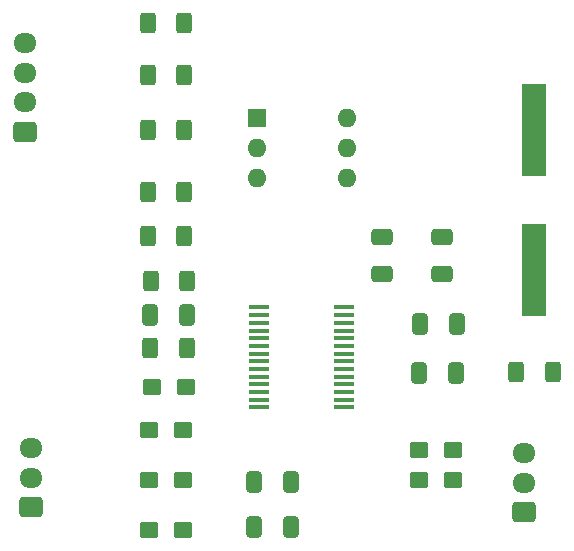
<source format=gbr>
%TF.GenerationSoftware,KiCad,Pcbnew,6.0.11+dfsg-1*%
%TF.CreationDate,2024-01-30T14:39:01+01:00*%
%TF.ProjectId,Langstone-Soundcard,4c616e67-7374-46f6-9e65-2d536f756e64,rev?*%
%TF.SameCoordinates,Original*%
%TF.FileFunction,Soldermask,Top*%
%TF.FilePolarity,Negative*%
%FSLAX46Y46*%
G04 Gerber Fmt 4.6, Leading zero omitted, Abs format (unit mm)*
G04 Created by KiCad (PCBNEW 6.0.11+dfsg-1) date 2024-01-30 14:39:01*
%MOMM*%
%LPD*%
G01*
G04 APERTURE LIST*
G04 Aperture macros list*
%AMRoundRect*
0 Rectangle with rounded corners*
0 $1 Rounding radius*
0 $2 $3 $4 $5 $6 $7 $8 $9 X,Y pos of 4 corners*
0 Add a 4 corners polygon primitive as box body*
4,1,4,$2,$3,$4,$5,$6,$7,$8,$9,$2,$3,0*
0 Add four circle primitives for the rounded corners*
1,1,$1+$1,$2,$3*
1,1,$1+$1,$4,$5*
1,1,$1+$1,$6,$7*
1,1,$1+$1,$8,$9*
0 Add four rect primitives between the rounded corners*
20,1,$1+$1,$2,$3,$4,$5,0*
20,1,$1+$1,$4,$5,$6,$7,0*
20,1,$1+$1,$6,$7,$8,$9,0*
20,1,$1+$1,$8,$9,$2,$3,0*%
G04 Aperture macros list end*
%ADD10RoundRect,0.250000X-0.400000X-0.625000X0.400000X-0.625000X0.400000X0.625000X-0.400000X0.625000X0*%
%ADD11RoundRect,0.250000X-0.650000X0.412500X-0.650000X-0.412500X0.650000X-0.412500X0.650000X0.412500X0*%
%ADD12RoundRect,0.250000X0.537500X0.425000X-0.537500X0.425000X-0.537500X-0.425000X0.537500X-0.425000X0*%
%ADD13RoundRect,0.250000X0.725000X-0.600000X0.725000X0.600000X-0.725000X0.600000X-0.725000X-0.600000X0*%
%ADD14O,1.950000X1.700000*%
%ADD15RoundRect,0.250000X0.650000X-0.412500X0.650000X0.412500X-0.650000X0.412500X-0.650000X-0.412500X0*%
%ADD16RoundRect,0.250000X-0.412500X-0.650000X0.412500X-0.650000X0.412500X0.650000X-0.412500X0.650000X0*%
%ADD17R,1.750000X0.450000*%
%ADD18RoundRect,0.250000X0.412500X0.650000X-0.412500X0.650000X-0.412500X-0.650000X0.412500X-0.650000X0*%
%ADD19R,2.000000X7.875000*%
%ADD20RoundRect,0.250000X-0.537500X-0.425000X0.537500X-0.425000X0.537500X0.425000X-0.537500X0.425000X0*%
%ADD21R,1.600000X1.600000*%
%ADD22O,1.600000X1.600000*%
G04 APERTURE END LIST*
D10*
%TO.C,R6*%
X115060000Y-79440000D03*
X118160000Y-79440000D03*
%TD*%
D11*
%TO.C,C4*%
X134874000Y-83273500D03*
X134874000Y-86398500D03*
%TD*%
D12*
%TO.C,C1*%
X118087500Y-99650000D03*
X115212500Y-99650000D03*
%TD*%
D13*
%TO.C,J1*%
X105225000Y-106165000D03*
D14*
X105225000Y-103665000D03*
X105225000Y-101165000D03*
%TD*%
D15*
%TO.C,C9*%
X139954000Y-86398500D03*
X139954000Y-83273500D03*
%TD*%
D12*
%TO.C,C5*%
X118277500Y-96012000D03*
X115402500Y-96012000D03*
%TD*%
D10*
%TO.C,R2*%
X115060000Y-69585000D03*
X118160000Y-69585000D03*
%TD*%
D12*
%TO.C,C6*%
X118092500Y-108070000D03*
X115217500Y-108070000D03*
%TD*%
D16*
%TO.C,C12*%
X138137500Y-90678000D03*
X141262500Y-90678000D03*
%TD*%
D17*
%TO.C,U1*%
X124485000Y-89240000D03*
X124485000Y-89890000D03*
X124485000Y-90540000D03*
X124485000Y-91190000D03*
X124485000Y-91840000D03*
X124485000Y-92490000D03*
X124485000Y-93140000D03*
X124485000Y-93790000D03*
X124485000Y-94440000D03*
X124485000Y-95090000D03*
X124485000Y-95740000D03*
X124485000Y-96390000D03*
X124485000Y-97040000D03*
X124485000Y-97690000D03*
X131685000Y-97690000D03*
X131685000Y-97040000D03*
X131685000Y-96390000D03*
X131685000Y-95740000D03*
X131685000Y-95090000D03*
X131685000Y-94440000D03*
X131685000Y-93790000D03*
X131685000Y-93140000D03*
X131685000Y-92490000D03*
X131685000Y-91840000D03*
X131685000Y-91190000D03*
X131685000Y-90540000D03*
X131685000Y-89890000D03*
X131685000Y-89240000D03*
%TD*%
D10*
%TO.C,R3*%
X115060000Y-74190000D03*
X118160000Y-74190000D03*
%TD*%
D16*
%TO.C,C13*%
X138057500Y-94795000D03*
X141182500Y-94795000D03*
%TD*%
D18*
%TO.C,C7*%
X127223500Y-107803000D03*
X124098500Y-107803000D03*
%TD*%
D10*
%TO.C,R1*%
X115060000Y-65140000D03*
X118160000Y-65140000D03*
%TD*%
D19*
%TO.C,Y1*%
X147770000Y-74192500D03*
X147770000Y-86067500D03*
%TD*%
D18*
%TO.C,C8*%
X127223500Y-103993000D03*
X124098500Y-103993000D03*
%TD*%
D13*
%TO.C,J3*%
X146907500Y-106565000D03*
D14*
X146907500Y-104065000D03*
X146907500Y-101565000D03*
%TD*%
D10*
%TO.C,R4*%
X115266000Y-92710000D03*
X118366000Y-92710000D03*
%TD*%
D20*
%TO.C,C11*%
X138008500Y-103886000D03*
X140883500Y-103886000D03*
%TD*%
D10*
%TO.C,R5*%
X115060000Y-83200000D03*
X118160000Y-83200000D03*
%TD*%
D12*
%TO.C,C2*%
X118092500Y-103875000D03*
X115217500Y-103875000D03*
%TD*%
D10*
%TO.C,R7*%
X115316000Y-86970000D03*
X118416000Y-86970000D03*
%TD*%
D13*
%TO.C,J2*%
X104700000Y-74355000D03*
D14*
X104700000Y-71855000D03*
X104700000Y-69355000D03*
X104700000Y-66855000D03*
%TD*%
D10*
%TO.C,R8*%
X146278000Y-94742000D03*
X149378000Y-94742000D03*
%TD*%
D21*
%TO.C,SW1*%
X124317500Y-73160000D03*
D22*
X124317500Y-75700000D03*
X124317500Y-78240000D03*
X131937500Y-78240000D03*
X131937500Y-75700000D03*
X131937500Y-73160000D03*
%TD*%
D18*
%TO.C,C3*%
X118402500Y-89916000D03*
X115277500Y-89916000D03*
%TD*%
D20*
%TO.C,C10*%
X138008500Y-101346000D03*
X140883500Y-101346000D03*
%TD*%
M02*

</source>
